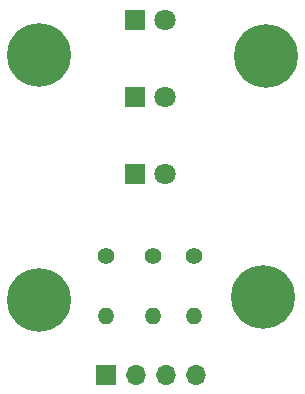
<source format=gbr>
%TF.GenerationSoftware,KiCad,Pcbnew,(5.1.6)-1*%
%TF.CreationDate,2020-07-24T15:46:23+02:00*%
%TF.ProjectId,Traffic_light_for_arduino,54726166-6669-4635-9f6c-696768745f66,rev?*%
%TF.SameCoordinates,Original*%
%TF.FileFunction,Copper,L2,Bot*%
%TF.FilePolarity,Positive*%
%FSLAX46Y46*%
G04 Gerber Fmt 4.6, Leading zero omitted, Abs format (unit mm)*
G04 Created by KiCad (PCBNEW (5.1.6)-1) date 2020-07-24 15:46:23*
%MOMM*%
%LPD*%
G01*
G04 APERTURE LIST*
%TA.AperFunction,ComponentPad*%
%ADD10C,5.400000*%
%TD*%
%TA.AperFunction,ComponentPad*%
%ADD11O,1.700000X1.700000*%
%TD*%
%TA.AperFunction,ComponentPad*%
%ADD12R,1.700000X1.700000*%
%TD*%
%TA.AperFunction,ComponentPad*%
%ADD13O,1.400000X1.400000*%
%TD*%
%TA.AperFunction,ComponentPad*%
%ADD14C,1.400000*%
%TD*%
%TA.AperFunction,ComponentPad*%
%ADD15C,1.800000*%
%TD*%
%TA.AperFunction,ComponentPad*%
%ADD16R,1.800000X1.800000*%
%TD*%
G04 APERTURE END LIST*
D10*
%TO.P,H4,1*%
%TO.N,N/C*%
X147575000Y-79025000D03*
%TD*%
%TO.P,H3,1*%
%TO.N,N/C*%
X128350000Y-78925000D03*
%TD*%
%TO.P,H2,1*%
%TO.N,N/C*%
X147275000Y-99450000D03*
%TD*%
%TO.P,H1,1*%
%TO.N,N/C*%
X128350000Y-99650000D03*
%TD*%
D11*
%TO.P,J1,4*%
%TO.N,Net-(J1-Pad4)*%
X141620000Y-106000000D03*
%TO.P,J1,3*%
%TO.N,Net-(J1-Pad3)*%
X139080000Y-106000000D03*
%TO.P,J1,2*%
%TO.N,Net-(J1-Pad2)*%
X136540000Y-106000000D03*
D12*
%TO.P,J1,1*%
%TO.N,Net-(D1-Pad1)*%
X134000000Y-106000000D03*
%TD*%
D13*
%TO.P,R3,2*%
%TO.N,Net-(J1-Pad4)*%
X141500000Y-101080000D03*
D14*
%TO.P,R3,1*%
%TO.N,Net-(D3-Pad2)*%
X141500000Y-96000000D03*
%TD*%
D13*
%TO.P,R2,2*%
%TO.N,Net-(J1-Pad3)*%
X138000000Y-101080000D03*
D14*
%TO.P,R2,1*%
%TO.N,Net-(D2-Pad2)*%
X138000000Y-96000000D03*
%TD*%
D13*
%TO.P,R1,2*%
%TO.N,Net-(J1-Pad2)*%
X134000000Y-101080000D03*
D14*
%TO.P,R1,1*%
%TO.N,Net-(D1-Pad2)*%
X134000000Y-96000000D03*
%TD*%
D15*
%TO.P,D3,2*%
%TO.N,Net-(D3-Pad2)*%
X139040000Y-89000000D03*
D16*
%TO.P,D3,1*%
%TO.N,Net-(D1-Pad1)*%
X136500000Y-89000000D03*
%TD*%
D15*
%TO.P,D2,2*%
%TO.N,Net-(D2-Pad2)*%
X139040000Y-82500000D03*
D16*
%TO.P,D2,1*%
%TO.N,Net-(D1-Pad1)*%
X136500000Y-82500000D03*
%TD*%
D15*
%TO.P,D1,2*%
%TO.N,Net-(D1-Pad2)*%
X139040000Y-76000000D03*
D16*
%TO.P,D1,1*%
%TO.N,Net-(D1-Pad1)*%
X136500000Y-76000000D03*
%TD*%
M02*

</source>
